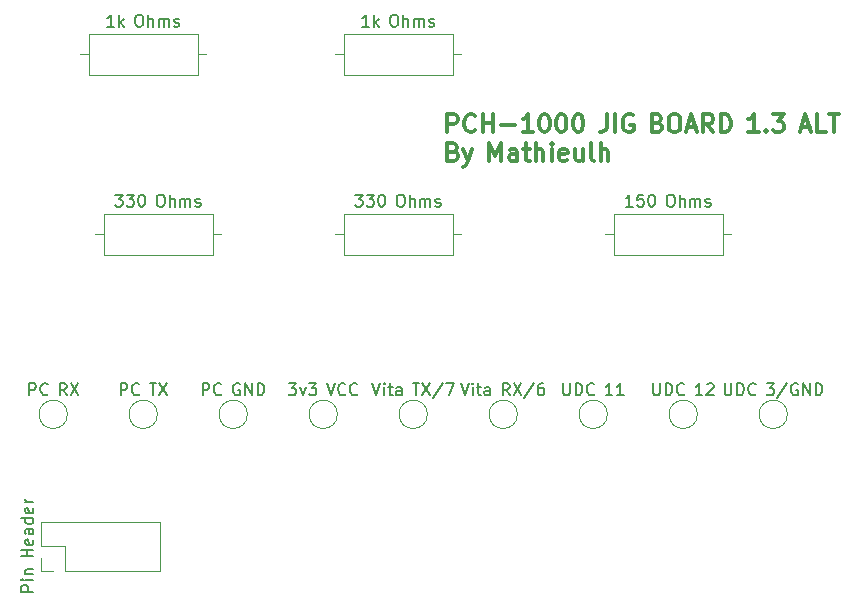
<source format=gbr>
%TF.GenerationSoftware,KiCad,Pcbnew,(7.0.0)*%
%TF.CreationDate,2023-03-24T11:42:49+01:00*%
%TF.ProjectId,PCH-1000JIG,5043482d-3130-4303-904a-49472e6b6963,rev?*%
%TF.SameCoordinates,Original*%
%TF.FileFunction,Legend,Top*%
%TF.FilePolarity,Positive*%
%FSLAX46Y46*%
G04 Gerber Fmt 4.6, Leading zero omitted, Abs format (unit mm)*
G04 Created by KiCad (PCBNEW (7.0.0)) date 2023-03-24 11:42:49*
%MOMM*%
%LPD*%
G01*
G04 APERTURE LIST*
%ADD10C,0.300000*%
%ADD11C,0.150000*%
%ADD12C,0.120000*%
G04 APERTURE END LIST*
D10*
X58777142Y-27723571D02*
X58777142Y-26223571D01*
X58777142Y-26223571D02*
X59348571Y-26223571D01*
X59348571Y-26223571D02*
X59491428Y-26295000D01*
X59491428Y-26295000D02*
X59562857Y-26366428D01*
X59562857Y-26366428D02*
X59634285Y-26509285D01*
X59634285Y-26509285D02*
X59634285Y-26723571D01*
X59634285Y-26723571D02*
X59562857Y-26866428D01*
X59562857Y-26866428D02*
X59491428Y-26937857D01*
X59491428Y-26937857D02*
X59348571Y-27009285D01*
X59348571Y-27009285D02*
X58777142Y-27009285D01*
X61134285Y-27580714D02*
X61062857Y-27652142D01*
X61062857Y-27652142D02*
X60848571Y-27723571D01*
X60848571Y-27723571D02*
X60705714Y-27723571D01*
X60705714Y-27723571D02*
X60491428Y-27652142D01*
X60491428Y-27652142D02*
X60348571Y-27509285D01*
X60348571Y-27509285D02*
X60277142Y-27366428D01*
X60277142Y-27366428D02*
X60205714Y-27080714D01*
X60205714Y-27080714D02*
X60205714Y-26866428D01*
X60205714Y-26866428D02*
X60277142Y-26580714D01*
X60277142Y-26580714D02*
X60348571Y-26437857D01*
X60348571Y-26437857D02*
X60491428Y-26295000D01*
X60491428Y-26295000D02*
X60705714Y-26223571D01*
X60705714Y-26223571D02*
X60848571Y-26223571D01*
X60848571Y-26223571D02*
X61062857Y-26295000D01*
X61062857Y-26295000D02*
X61134285Y-26366428D01*
X61777142Y-27723571D02*
X61777142Y-26223571D01*
X61777142Y-26937857D02*
X62634285Y-26937857D01*
X62634285Y-27723571D02*
X62634285Y-26223571D01*
X63348571Y-27152142D02*
X64491429Y-27152142D01*
X65991429Y-27723571D02*
X65134286Y-27723571D01*
X65562857Y-27723571D02*
X65562857Y-26223571D01*
X65562857Y-26223571D02*
X65420000Y-26437857D01*
X65420000Y-26437857D02*
X65277143Y-26580714D01*
X65277143Y-26580714D02*
X65134286Y-26652142D01*
X66920000Y-26223571D02*
X67062857Y-26223571D01*
X67062857Y-26223571D02*
X67205714Y-26295000D01*
X67205714Y-26295000D02*
X67277143Y-26366428D01*
X67277143Y-26366428D02*
X67348571Y-26509285D01*
X67348571Y-26509285D02*
X67420000Y-26795000D01*
X67420000Y-26795000D02*
X67420000Y-27152142D01*
X67420000Y-27152142D02*
X67348571Y-27437857D01*
X67348571Y-27437857D02*
X67277143Y-27580714D01*
X67277143Y-27580714D02*
X67205714Y-27652142D01*
X67205714Y-27652142D02*
X67062857Y-27723571D01*
X67062857Y-27723571D02*
X66920000Y-27723571D01*
X66920000Y-27723571D02*
X66777143Y-27652142D01*
X66777143Y-27652142D02*
X66705714Y-27580714D01*
X66705714Y-27580714D02*
X66634285Y-27437857D01*
X66634285Y-27437857D02*
X66562857Y-27152142D01*
X66562857Y-27152142D02*
X66562857Y-26795000D01*
X66562857Y-26795000D02*
X66634285Y-26509285D01*
X66634285Y-26509285D02*
X66705714Y-26366428D01*
X66705714Y-26366428D02*
X66777143Y-26295000D01*
X66777143Y-26295000D02*
X66920000Y-26223571D01*
X68348571Y-26223571D02*
X68491428Y-26223571D01*
X68491428Y-26223571D02*
X68634285Y-26295000D01*
X68634285Y-26295000D02*
X68705714Y-26366428D01*
X68705714Y-26366428D02*
X68777142Y-26509285D01*
X68777142Y-26509285D02*
X68848571Y-26795000D01*
X68848571Y-26795000D02*
X68848571Y-27152142D01*
X68848571Y-27152142D02*
X68777142Y-27437857D01*
X68777142Y-27437857D02*
X68705714Y-27580714D01*
X68705714Y-27580714D02*
X68634285Y-27652142D01*
X68634285Y-27652142D02*
X68491428Y-27723571D01*
X68491428Y-27723571D02*
X68348571Y-27723571D01*
X68348571Y-27723571D02*
X68205714Y-27652142D01*
X68205714Y-27652142D02*
X68134285Y-27580714D01*
X68134285Y-27580714D02*
X68062856Y-27437857D01*
X68062856Y-27437857D02*
X67991428Y-27152142D01*
X67991428Y-27152142D02*
X67991428Y-26795000D01*
X67991428Y-26795000D02*
X68062856Y-26509285D01*
X68062856Y-26509285D02*
X68134285Y-26366428D01*
X68134285Y-26366428D02*
X68205714Y-26295000D01*
X68205714Y-26295000D02*
X68348571Y-26223571D01*
X69777142Y-26223571D02*
X69919999Y-26223571D01*
X69919999Y-26223571D02*
X70062856Y-26295000D01*
X70062856Y-26295000D02*
X70134285Y-26366428D01*
X70134285Y-26366428D02*
X70205713Y-26509285D01*
X70205713Y-26509285D02*
X70277142Y-26795000D01*
X70277142Y-26795000D02*
X70277142Y-27152142D01*
X70277142Y-27152142D02*
X70205713Y-27437857D01*
X70205713Y-27437857D02*
X70134285Y-27580714D01*
X70134285Y-27580714D02*
X70062856Y-27652142D01*
X70062856Y-27652142D02*
X69919999Y-27723571D01*
X69919999Y-27723571D02*
X69777142Y-27723571D01*
X69777142Y-27723571D02*
X69634285Y-27652142D01*
X69634285Y-27652142D02*
X69562856Y-27580714D01*
X69562856Y-27580714D02*
X69491427Y-27437857D01*
X69491427Y-27437857D02*
X69419999Y-27152142D01*
X69419999Y-27152142D02*
X69419999Y-26795000D01*
X69419999Y-26795000D02*
X69491427Y-26509285D01*
X69491427Y-26509285D02*
X69562856Y-26366428D01*
X69562856Y-26366428D02*
X69634285Y-26295000D01*
X69634285Y-26295000D02*
X69777142Y-26223571D01*
X72248570Y-26223571D02*
X72248570Y-27295000D01*
X72248570Y-27295000D02*
X72177141Y-27509285D01*
X72177141Y-27509285D02*
X72034284Y-27652142D01*
X72034284Y-27652142D02*
X71819998Y-27723571D01*
X71819998Y-27723571D02*
X71677141Y-27723571D01*
X72962855Y-27723571D02*
X72962855Y-26223571D01*
X74462856Y-26295000D02*
X74319999Y-26223571D01*
X74319999Y-26223571D02*
X74105713Y-26223571D01*
X74105713Y-26223571D02*
X73891427Y-26295000D01*
X73891427Y-26295000D02*
X73748570Y-26437857D01*
X73748570Y-26437857D02*
X73677141Y-26580714D01*
X73677141Y-26580714D02*
X73605713Y-26866428D01*
X73605713Y-26866428D02*
X73605713Y-27080714D01*
X73605713Y-27080714D02*
X73677141Y-27366428D01*
X73677141Y-27366428D02*
X73748570Y-27509285D01*
X73748570Y-27509285D02*
X73891427Y-27652142D01*
X73891427Y-27652142D02*
X74105713Y-27723571D01*
X74105713Y-27723571D02*
X74248570Y-27723571D01*
X74248570Y-27723571D02*
X74462856Y-27652142D01*
X74462856Y-27652142D02*
X74534284Y-27580714D01*
X74534284Y-27580714D02*
X74534284Y-27080714D01*
X74534284Y-27080714D02*
X74248570Y-27080714D01*
X76577141Y-26937857D02*
X76791427Y-27009285D01*
X76791427Y-27009285D02*
X76862856Y-27080714D01*
X76862856Y-27080714D02*
X76934284Y-27223571D01*
X76934284Y-27223571D02*
X76934284Y-27437857D01*
X76934284Y-27437857D02*
X76862856Y-27580714D01*
X76862856Y-27580714D02*
X76791427Y-27652142D01*
X76791427Y-27652142D02*
X76648570Y-27723571D01*
X76648570Y-27723571D02*
X76077141Y-27723571D01*
X76077141Y-27723571D02*
X76077141Y-26223571D01*
X76077141Y-26223571D02*
X76577141Y-26223571D01*
X76577141Y-26223571D02*
X76719999Y-26295000D01*
X76719999Y-26295000D02*
X76791427Y-26366428D01*
X76791427Y-26366428D02*
X76862856Y-26509285D01*
X76862856Y-26509285D02*
X76862856Y-26652142D01*
X76862856Y-26652142D02*
X76791427Y-26795000D01*
X76791427Y-26795000D02*
X76719999Y-26866428D01*
X76719999Y-26866428D02*
X76577141Y-26937857D01*
X76577141Y-26937857D02*
X76077141Y-26937857D01*
X77862856Y-26223571D02*
X78148570Y-26223571D01*
X78148570Y-26223571D02*
X78291427Y-26295000D01*
X78291427Y-26295000D02*
X78434284Y-26437857D01*
X78434284Y-26437857D02*
X78505713Y-26723571D01*
X78505713Y-26723571D02*
X78505713Y-27223571D01*
X78505713Y-27223571D02*
X78434284Y-27509285D01*
X78434284Y-27509285D02*
X78291427Y-27652142D01*
X78291427Y-27652142D02*
X78148570Y-27723571D01*
X78148570Y-27723571D02*
X77862856Y-27723571D01*
X77862856Y-27723571D02*
X77719999Y-27652142D01*
X77719999Y-27652142D02*
X77577141Y-27509285D01*
X77577141Y-27509285D02*
X77505713Y-27223571D01*
X77505713Y-27223571D02*
X77505713Y-26723571D01*
X77505713Y-26723571D02*
X77577141Y-26437857D01*
X77577141Y-26437857D02*
X77719999Y-26295000D01*
X77719999Y-26295000D02*
X77862856Y-26223571D01*
X79077142Y-27295000D02*
X79791428Y-27295000D01*
X78934285Y-27723571D02*
X79434285Y-26223571D01*
X79434285Y-26223571D02*
X79934285Y-27723571D01*
X81291427Y-27723571D02*
X80791427Y-27009285D01*
X80434284Y-27723571D02*
X80434284Y-26223571D01*
X80434284Y-26223571D02*
X81005713Y-26223571D01*
X81005713Y-26223571D02*
X81148570Y-26295000D01*
X81148570Y-26295000D02*
X81219999Y-26366428D01*
X81219999Y-26366428D02*
X81291427Y-26509285D01*
X81291427Y-26509285D02*
X81291427Y-26723571D01*
X81291427Y-26723571D02*
X81219999Y-26866428D01*
X81219999Y-26866428D02*
X81148570Y-26937857D01*
X81148570Y-26937857D02*
X81005713Y-27009285D01*
X81005713Y-27009285D02*
X80434284Y-27009285D01*
X81934284Y-27723571D02*
X81934284Y-26223571D01*
X81934284Y-26223571D02*
X82291427Y-26223571D01*
X82291427Y-26223571D02*
X82505713Y-26295000D01*
X82505713Y-26295000D02*
X82648570Y-26437857D01*
X82648570Y-26437857D02*
X82719999Y-26580714D01*
X82719999Y-26580714D02*
X82791427Y-26866428D01*
X82791427Y-26866428D02*
X82791427Y-27080714D01*
X82791427Y-27080714D02*
X82719999Y-27366428D01*
X82719999Y-27366428D02*
X82648570Y-27509285D01*
X82648570Y-27509285D02*
X82505713Y-27652142D01*
X82505713Y-27652142D02*
X82291427Y-27723571D01*
X82291427Y-27723571D02*
X81934284Y-27723571D01*
X85119999Y-27723571D02*
X84262856Y-27723571D01*
X84691427Y-27723571D02*
X84691427Y-26223571D01*
X84691427Y-26223571D02*
X84548570Y-26437857D01*
X84548570Y-26437857D02*
X84405713Y-26580714D01*
X84405713Y-26580714D02*
X84262856Y-26652142D01*
X85762855Y-27580714D02*
X85834284Y-27652142D01*
X85834284Y-27652142D02*
X85762855Y-27723571D01*
X85762855Y-27723571D02*
X85691427Y-27652142D01*
X85691427Y-27652142D02*
X85762855Y-27580714D01*
X85762855Y-27580714D02*
X85762855Y-27723571D01*
X86334284Y-26223571D02*
X87262856Y-26223571D01*
X87262856Y-26223571D02*
X86762856Y-26795000D01*
X86762856Y-26795000D02*
X86977141Y-26795000D01*
X86977141Y-26795000D02*
X87119999Y-26866428D01*
X87119999Y-26866428D02*
X87191427Y-26937857D01*
X87191427Y-26937857D02*
X87262856Y-27080714D01*
X87262856Y-27080714D02*
X87262856Y-27437857D01*
X87262856Y-27437857D02*
X87191427Y-27580714D01*
X87191427Y-27580714D02*
X87119999Y-27652142D01*
X87119999Y-27652142D02*
X86977141Y-27723571D01*
X86977141Y-27723571D02*
X86548570Y-27723571D01*
X86548570Y-27723571D02*
X86405713Y-27652142D01*
X86405713Y-27652142D02*
X86334284Y-27580714D01*
X88734284Y-27295000D02*
X89448570Y-27295000D01*
X88591427Y-27723571D02*
X89091427Y-26223571D01*
X89091427Y-26223571D02*
X89591427Y-27723571D01*
X90805712Y-27723571D02*
X90091426Y-27723571D01*
X90091426Y-27723571D02*
X90091426Y-26223571D01*
X91091427Y-26223571D02*
X91948570Y-26223571D01*
X91519998Y-27723571D02*
X91519998Y-26223571D01*
X59277142Y-29367857D02*
X59491428Y-29439285D01*
X59491428Y-29439285D02*
X59562857Y-29510714D01*
X59562857Y-29510714D02*
X59634285Y-29653571D01*
X59634285Y-29653571D02*
X59634285Y-29867857D01*
X59634285Y-29867857D02*
X59562857Y-30010714D01*
X59562857Y-30010714D02*
X59491428Y-30082142D01*
X59491428Y-30082142D02*
X59348571Y-30153571D01*
X59348571Y-30153571D02*
X58777142Y-30153571D01*
X58777142Y-30153571D02*
X58777142Y-28653571D01*
X58777142Y-28653571D02*
X59277142Y-28653571D01*
X59277142Y-28653571D02*
X59420000Y-28725000D01*
X59420000Y-28725000D02*
X59491428Y-28796428D01*
X59491428Y-28796428D02*
X59562857Y-28939285D01*
X59562857Y-28939285D02*
X59562857Y-29082142D01*
X59562857Y-29082142D02*
X59491428Y-29225000D01*
X59491428Y-29225000D02*
X59420000Y-29296428D01*
X59420000Y-29296428D02*
X59277142Y-29367857D01*
X59277142Y-29367857D02*
X58777142Y-29367857D01*
X60134285Y-29153571D02*
X60491428Y-30153571D01*
X60848571Y-29153571D02*
X60491428Y-30153571D01*
X60491428Y-30153571D02*
X60348571Y-30510714D01*
X60348571Y-30510714D02*
X60277142Y-30582142D01*
X60277142Y-30582142D02*
X60134285Y-30653571D01*
X62319999Y-30153571D02*
X62319999Y-28653571D01*
X62319999Y-28653571D02*
X62819999Y-29725000D01*
X62819999Y-29725000D02*
X63319999Y-28653571D01*
X63319999Y-28653571D02*
X63319999Y-30153571D01*
X64677143Y-30153571D02*
X64677143Y-29367857D01*
X64677143Y-29367857D02*
X64605714Y-29225000D01*
X64605714Y-29225000D02*
X64462857Y-29153571D01*
X64462857Y-29153571D02*
X64177143Y-29153571D01*
X64177143Y-29153571D02*
X64034285Y-29225000D01*
X64677143Y-30082142D02*
X64534285Y-30153571D01*
X64534285Y-30153571D02*
X64177143Y-30153571D01*
X64177143Y-30153571D02*
X64034285Y-30082142D01*
X64034285Y-30082142D02*
X63962857Y-29939285D01*
X63962857Y-29939285D02*
X63962857Y-29796428D01*
X63962857Y-29796428D02*
X64034285Y-29653571D01*
X64034285Y-29653571D02*
X64177143Y-29582142D01*
X64177143Y-29582142D02*
X64534285Y-29582142D01*
X64534285Y-29582142D02*
X64677143Y-29510714D01*
X65177143Y-29153571D02*
X65748571Y-29153571D01*
X65391428Y-28653571D02*
X65391428Y-29939285D01*
X65391428Y-29939285D02*
X65462857Y-30082142D01*
X65462857Y-30082142D02*
X65605714Y-30153571D01*
X65605714Y-30153571D02*
X65748571Y-30153571D01*
X66248571Y-30153571D02*
X66248571Y-28653571D01*
X66891429Y-30153571D02*
X66891429Y-29367857D01*
X66891429Y-29367857D02*
X66820000Y-29225000D01*
X66820000Y-29225000D02*
X66677143Y-29153571D01*
X66677143Y-29153571D02*
X66462857Y-29153571D01*
X66462857Y-29153571D02*
X66320000Y-29225000D01*
X66320000Y-29225000D02*
X66248571Y-29296428D01*
X67605714Y-30153571D02*
X67605714Y-29153571D01*
X67605714Y-28653571D02*
X67534286Y-28725000D01*
X67534286Y-28725000D02*
X67605714Y-28796428D01*
X67605714Y-28796428D02*
X67677143Y-28725000D01*
X67677143Y-28725000D02*
X67605714Y-28653571D01*
X67605714Y-28653571D02*
X67605714Y-28796428D01*
X68891429Y-30082142D02*
X68748572Y-30153571D01*
X68748572Y-30153571D02*
X68462858Y-30153571D01*
X68462858Y-30153571D02*
X68320000Y-30082142D01*
X68320000Y-30082142D02*
X68248572Y-29939285D01*
X68248572Y-29939285D02*
X68248572Y-29367857D01*
X68248572Y-29367857D02*
X68320000Y-29225000D01*
X68320000Y-29225000D02*
X68462858Y-29153571D01*
X68462858Y-29153571D02*
X68748572Y-29153571D01*
X68748572Y-29153571D02*
X68891429Y-29225000D01*
X68891429Y-29225000D02*
X68962858Y-29367857D01*
X68962858Y-29367857D02*
X68962858Y-29510714D01*
X68962858Y-29510714D02*
X68248572Y-29653571D01*
X70248572Y-29153571D02*
X70248572Y-30153571D01*
X69605714Y-29153571D02*
X69605714Y-29939285D01*
X69605714Y-29939285D02*
X69677143Y-30082142D01*
X69677143Y-30082142D02*
X69820000Y-30153571D01*
X69820000Y-30153571D02*
X70034286Y-30153571D01*
X70034286Y-30153571D02*
X70177143Y-30082142D01*
X70177143Y-30082142D02*
X70248572Y-30010714D01*
X71177143Y-30153571D02*
X71034286Y-30082142D01*
X71034286Y-30082142D02*
X70962857Y-29939285D01*
X70962857Y-29939285D02*
X70962857Y-28653571D01*
X71748571Y-30153571D02*
X71748571Y-28653571D01*
X72391429Y-30153571D02*
X72391429Y-29367857D01*
X72391429Y-29367857D02*
X72320000Y-29225000D01*
X72320000Y-29225000D02*
X72177143Y-29153571D01*
X72177143Y-29153571D02*
X71962857Y-29153571D01*
X71962857Y-29153571D02*
X71820000Y-29225000D01*
X71820000Y-29225000D02*
X71748571Y-29296428D01*
D11*
%TO.C,330 Ohms*%
X50976667Y-33027380D02*
X51595714Y-33027380D01*
X51595714Y-33027380D02*
X51262381Y-33408333D01*
X51262381Y-33408333D02*
X51405238Y-33408333D01*
X51405238Y-33408333D02*
X51500476Y-33455952D01*
X51500476Y-33455952D02*
X51548095Y-33503571D01*
X51548095Y-33503571D02*
X51595714Y-33598809D01*
X51595714Y-33598809D02*
X51595714Y-33836904D01*
X51595714Y-33836904D02*
X51548095Y-33932142D01*
X51548095Y-33932142D02*
X51500476Y-33979761D01*
X51500476Y-33979761D02*
X51405238Y-34027380D01*
X51405238Y-34027380D02*
X51119524Y-34027380D01*
X51119524Y-34027380D02*
X51024286Y-33979761D01*
X51024286Y-33979761D02*
X50976667Y-33932142D01*
X51929048Y-33027380D02*
X52548095Y-33027380D01*
X52548095Y-33027380D02*
X52214762Y-33408333D01*
X52214762Y-33408333D02*
X52357619Y-33408333D01*
X52357619Y-33408333D02*
X52452857Y-33455952D01*
X52452857Y-33455952D02*
X52500476Y-33503571D01*
X52500476Y-33503571D02*
X52548095Y-33598809D01*
X52548095Y-33598809D02*
X52548095Y-33836904D01*
X52548095Y-33836904D02*
X52500476Y-33932142D01*
X52500476Y-33932142D02*
X52452857Y-33979761D01*
X52452857Y-33979761D02*
X52357619Y-34027380D01*
X52357619Y-34027380D02*
X52071905Y-34027380D01*
X52071905Y-34027380D02*
X51976667Y-33979761D01*
X51976667Y-33979761D02*
X51929048Y-33932142D01*
X53167143Y-33027380D02*
X53262381Y-33027380D01*
X53262381Y-33027380D02*
X53357619Y-33075000D01*
X53357619Y-33075000D02*
X53405238Y-33122619D01*
X53405238Y-33122619D02*
X53452857Y-33217857D01*
X53452857Y-33217857D02*
X53500476Y-33408333D01*
X53500476Y-33408333D02*
X53500476Y-33646428D01*
X53500476Y-33646428D02*
X53452857Y-33836904D01*
X53452857Y-33836904D02*
X53405238Y-33932142D01*
X53405238Y-33932142D02*
X53357619Y-33979761D01*
X53357619Y-33979761D02*
X53262381Y-34027380D01*
X53262381Y-34027380D02*
X53167143Y-34027380D01*
X53167143Y-34027380D02*
X53071905Y-33979761D01*
X53071905Y-33979761D02*
X53024286Y-33932142D01*
X53024286Y-33932142D02*
X52976667Y-33836904D01*
X52976667Y-33836904D02*
X52929048Y-33646428D01*
X52929048Y-33646428D02*
X52929048Y-33408333D01*
X52929048Y-33408333D02*
X52976667Y-33217857D01*
X52976667Y-33217857D02*
X53024286Y-33122619D01*
X53024286Y-33122619D02*
X53071905Y-33075000D01*
X53071905Y-33075000D02*
X53167143Y-33027380D01*
X54719524Y-33027380D02*
X54910000Y-33027380D01*
X54910000Y-33027380D02*
X55005238Y-33075000D01*
X55005238Y-33075000D02*
X55100476Y-33170238D01*
X55100476Y-33170238D02*
X55148095Y-33360714D01*
X55148095Y-33360714D02*
X55148095Y-33694047D01*
X55148095Y-33694047D02*
X55100476Y-33884523D01*
X55100476Y-33884523D02*
X55005238Y-33979761D01*
X55005238Y-33979761D02*
X54910000Y-34027380D01*
X54910000Y-34027380D02*
X54719524Y-34027380D01*
X54719524Y-34027380D02*
X54624286Y-33979761D01*
X54624286Y-33979761D02*
X54529048Y-33884523D01*
X54529048Y-33884523D02*
X54481429Y-33694047D01*
X54481429Y-33694047D02*
X54481429Y-33360714D01*
X54481429Y-33360714D02*
X54529048Y-33170238D01*
X54529048Y-33170238D02*
X54624286Y-33075000D01*
X54624286Y-33075000D02*
X54719524Y-33027380D01*
X55576667Y-34027380D02*
X55576667Y-33027380D01*
X56005238Y-34027380D02*
X56005238Y-33503571D01*
X56005238Y-33503571D02*
X55957619Y-33408333D01*
X55957619Y-33408333D02*
X55862381Y-33360714D01*
X55862381Y-33360714D02*
X55719524Y-33360714D01*
X55719524Y-33360714D02*
X55624286Y-33408333D01*
X55624286Y-33408333D02*
X55576667Y-33455952D01*
X56481429Y-34027380D02*
X56481429Y-33360714D01*
X56481429Y-33455952D02*
X56529048Y-33408333D01*
X56529048Y-33408333D02*
X56624286Y-33360714D01*
X56624286Y-33360714D02*
X56767143Y-33360714D01*
X56767143Y-33360714D02*
X56862381Y-33408333D01*
X56862381Y-33408333D02*
X56910000Y-33503571D01*
X56910000Y-33503571D02*
X56910000Y-34027380D01*
X56910000Y-33503571D02*
X56957619Y-33408333D01*
X56957619Y-33408333D02*
X57052857Y-33360714D01*
X57052857Y-33360714D02*
X57195714Y-33360714D01*
X57195714Y-33360714D02*
X57290953Y-33408333D01*
X57290953Y-33408333D02*
X57338572Y-33503571D01*
X57338572Y-33503571D02*
X57338572Y-34027380D01*
X57767143Y-33979761D02*
X57862381Y-34027380D01*
X57862381Y-34027380D02*
X58052857Y-34027380D01*
X58052857Y-34027380D02*
X58148095Y-33979761D01*
X58148095Y-33979761D02*
X58195714Y-33884523D01*
X58195714Y-33884523D02*
X58195714Y-33836904D01*
X58195714Y-33836904D02*
X58148095Y-33741666D01*
X58148095Y-33741666D02*
X58052857Y-33694047D01*
X58052857Y-33694047D02*
X57910000Y-33694047D01*
X57910000Y-33694047D02*
X57814762Y-33646428D01*
X57814762Y-33646428D02*
X57767143Y-33551190D01*
X57767143Y-33551190D02*
X57767143Y-33503571D01*
X57767143Y-33503571D02*
X57814762Y-33408333D01*
X57814762Y-33408333D02*
X57910000Y-33360714D01*
X57910000Y-33360714D02*
X58052857Y-33360714D01*
X58052857Y-33360714D02*
X58148095Y-33408333D01*
%TO.C,3v3 VCC*%
X45340952Y-48989380D02*
X45959999Y-48989380D01*
X45959999Y-48989380D02*
X45626666Y-49370333D01*
X45626666Y-49370333D02*
X45769523Y-49370333D01*
X45769523Y-49370333D02*
X45864761Y-49417952D01*
X45864761Y-49417952D02*
X45912380Y-49465571D01*
X45912380Y-49465571D02*
X45959999Y-49560809D01*
X45959999Y-49560809D02*
X45959999Y-49798904D01*
X45959999Y-49798904D02*
X45912380Y-49894142D01*
X45912380Y-49894142D02*
X45864761Y-49941761D01*
X45864761Y-49941761D02*
X45769523Y-49989380D01*
X45769523Y-49989380D02*
X45483809Y-49989380D01*
X45483809Y-49989380D02*
X45388571Y-49941761D01*
X45388571Y-49941761D02*
X45340952Y-49894142D01*
X46293333Y-49322714D02*
X46531428Y-49989380D01*
X46531428Y-49989380D02*
X46769523Y-49322714D01*
X47055238Y-48989380D02*
X47674285Y-48989380D01*
X47674285Y-48989380D02*
X47340952Y-49370333D01*
X47340952Y-49370333D02*
X47483809Y-49370333D01*
X47483809Y-49370333D02*
X47579047Y-49417952D01*
X47579047Y-49417952D02*
X47626666Y-49465571D01*
X47626666Y-49465571D02*
X47674285Y-49560809D01*
X47674285Y-49560809D02*
X47674285Y-49798904D01*
X47674285Y-49798904D02*
X47626666Y-49894142D01*
X47626666Y-49894142D02*
X47579047Y-49941761D01*
X47579047Y-49941761D02*
X47483809Y-49989380D01*
X47483809Y-49989380D02*
X47198095Y-49989380D01*
X47198095Y-49989380D02*
X47102857Y-49941761D01*
X47102857Y-49941761D02*
X47055238Y-49894142D01*
X48560000Y-48989380D02*
X48893333Y-49989380D01*
X48893333Y-49989380D02*
X49226666Y-48989380D01*
X50131428Y-49894142D02*
X50083809Y-49941761D01*
X50083809Y-49941761D02*
X49940952Y-49989380D01*
X49940952Y-49989380D02*
X49845714Y-49989380D01*
X49845714Y-49989380D02*
X49702857Y-49941761D01*
X49702857Y-49941761D02*
X49607619Y-49846523D01*
X49607619Y-49846523D02*
X49560000Y-49751285D01*
X49560000Y-49751285D02*
X49512381Y-49560809D01*
X49512381Y-49560809D02*
X49512381Y-49417952D01*
X49512381Y-49417952D02*
X49560000Y-49227476D01*
X49560000Y-49227476D02*
X49607619Y-49132238D01*
X49607619Y-49132238D02*
X49702857Y-49037000D01*
X49702857Y-49037000D02*
X49845714Y-48989380D01*
X49845714Y-48989380D02*
X49940952Y-48989380D01*
X49940952Y-48989380D02*
X50083809Y-49037000D01*
X50083809Y-49037000D02*
X50131428Y-49084619D01*
X51131428Y-49894142D02*
X51083809Y-49941761D01*
X51083809Y-49941761D02*
X50940952Y-49989380D01*
X50940952Y-49989380D02*
X50845714Y-49989380D01*
X50845714Y-49989380D02*
X50702857Y-49941761D01*
X50702857Y-49941761D02*
X50607619Y-49846523D01*
X50607619Y-49846523D02*
X50560000Y-49751285D01*
X50560000Y-49751285D02*
X50512381Y-49560809D01*
X50512381Y-49560809D02*
X50512381Y-49417952D01*
X50512381Y-49417952D02*
X50560000Y-49227476D01*
X50560000Y-49227476D02*
X50607619Y-49132238D01*
X50607619Y-49132238D02*
X50702857Y-49037000D01*
X50702857Y-49037000D02*
X50845714Y-48989380D01*
X50845714Y-48989380D02*
X50940952Y-48989380D01*
X50940952Y-48989380D02*
X51083809Y-49037000D01*
X51083809Y-49037000D02*
X51131428Y-49084619D01*
%TO.C,330 Ohms*%
X30656667Y-33027380D02*
X31275714Y-33027380D01*
X31275714Y-33027380D02*
X30942381Y-33408333D01*
X30942381Y-33408333D02*
X31085238Y-33408333D01*
X31085238Y-33408333D02*
X31180476Y-33455952D01*
X31180476Y-33455952D02*
X31228095Y-33503571D01*
X31228095Y-33503571D02*
X31275714Y-33598809D01*
X31275714Y-33598809D02*
X31275714Y-33836904D01*
X31275714Y-33836904D02*
X31228095Y-33932142D01*
X31228095Y-33932142D02*
X31180476Y-33979761D01*
X31180476Y-33979761D02*
X31085238Y-34027380D01*
X31085238Y-34027380D02*
X30799524Y-34027380D01*
X30799524Y-34027380D02*
X30704286Y-33979761D01*
X30704286Y-33979761D02*
X30656667Y-33932142D01*
X31609048Y-33027380D02*
X32228095Y-33027380D01*
X32228095Y-33027380D02*
X31894762Y-33408333D01*
X31894762Y-33408333D02*
X32037619Y-33408333D01*
X32037619Y-33408333D02*
X32132857Y-33455952D01*
X32132857Y-33455952D02*
X32180476Y-33503571D01*
X32180476Y-33503571D02*
X32228095Y-33598809D01*
X32228095Y-33598809D02*
X32228095Y-33836904D01*
X32228095Y-33836904D02*
X32180476Y-33932142D01*
X32180476Y-33932142D02*
X32132857Y-33979761D01*
X32132857Y-33979761D02*
X32037619Y-34027380D01*
X32037619Y-34027380D02*
X31751905Y-34027380D01*
X31751905Y-34027380D02*
X31656667Y-33979761D01*
X31656667Y-33979761D02*
X31609048Y-33932142D01*
X32847143Y-33027380D02*
X32942381Y-33027380D01*
X32942381Y-33027380D02*
X33037619Y-33075000D01*
X33037619Y-33075000D02*
X33085238Y-33122619D01*
X33085238Y-33122619D02*
X33132857Y-33217857D01*
X33132857Y-33217857D02*
X33180476Y-33408333D01*
X33180476Y-33408333D02*
X33180476Y-33646428D01*
X33180476Y-33646428D02*
X33132857Y-33836904D01*
X33132857Y-33836904D02*
X33085238Y-33932142D01*
X33085238Y-33932142D02*
X33037619Y-33979761D01*
X33037619Y-33979761D02*
X32942381Y-34027380D01*
X32942381Y-34027380D02*
X32847143Y-34027380D01*
X32847143Y-34027380D02*
X32751905Y-33979761D01*
X32751905Y-33979761D02*
X32704286Y-33932142D01*
X32704286Y-33932142D02*
X32656667Y-33836904D01*
X32656667Y-33836904D02*
X32609048Y-33646428D01*
X32609048Y-33646428D02*
X32609048Y-33408333D01*
X32609048Y-33408333D02*
X32656667Y-33217857D01*
X32656667Y-33217857D02*
X32704286Y-33122619D01*
X32704286Y-33122619D02*
X32751905Y-33075000D01*
X32751905Y-33075000D02*
X32847143Y-33027380D01*
X34399524Y-33027380D02*
X34590000Y-33027380D01*
X34590000Y-33027380D02*
X34685238Y-33075000D01*
X34685238Y-33075000D02*
X34780476Y-33170238D01*
X34780476Y-33170238D02*
X34828095Y-33360714D01*
X34828095Y-33360714D02*
X34828095Y-33694047D01*
X34828095Y-33694047D02*
X34780476Y-33884523D01*
X34780476Y-33884523D02*
X34685238Y-33979761D01*
X34685238Y-33979761D02*
X34590000Y-34027380D01*
X34590000Y-34027380D02*
X34399524Y-34027380D01*
X34399524Y-34027380D02*
X34304286Y-33979761D01*
X34304286Y-33979761D02*
X34209048Y-33884523D01*
X34209048Y-33884523D02*
X34161429Y-33694047D01*
X34161429Y-33694047D02*
X34161429Y-33360714D01*
X34161429Y-33360714D02*
X34209048Y-33170238D01*
X34209048Y-33170238D02*
X34304286Y-33075000D01*
X34304286Y-33075000D02*
X34399524Y-33027380D01*
X35256667Y-34027380D02*
X35256667Y-33027380D01*
X35685238Y-34027380D02*
X35685238Y-33503571D01*
X35685238Y-33503571D02*
X35637619Y-33408333D01*
X35637619Y-33408333D02*
X35542381Y-33360714D01*
X35542381Y-33360714D02*
X35399524Y-33360714D01*
X35399524Y-33360714D02*
X35304286Y-33408333D01*
X35304286Y-33408333D02*
X35256667Y-33455952D01*
X36161429Y-34027380D02*
X36161429Y-33360714D01*
X36161429Y-33455952D02*
X36209048Y-33408333D01*
X36209048Y-33408333D02*
X36304286Y-33360714D01*
X36304286Y-33360714D02*
X36447143Y-33360714D01*
X36447143Y-33360714D02*
X36542381Y-33408333D01*
X36542381Y-33408333D02*
X36590000Y-33503571D01*
X36590000Y-33503571D02*
X36590000Y-34027380D01*
X36590000Y-33503571D02*
X36637619Y-33408333D01*
X36637619Y-33408333D02*
X36732857Y-33360714D01*
X36732857Y-33360714D02*
X36875714Y-33360714D01*
X36875714Y-33360714D02*
X36970953Y-33408333D01*
X36970953Y-33408333D02*
X37018572Y-33503571D01*
X37018572Y-33503571D02*
X37018572Y-34027380D01*
X37447143Y-33979761D02*
X37542381Y-34027380D01*
X37542381Y-34027380D02*
X37732857Y-34027380D01*
X37732857Y-34027380D02*
X37828095Y-33979761D01*
X37828095Y-33979761D02*
X37875714Y-33884523D01*
X37875714Y-33884523D02*
X37875714Y-33836904D01*
X37875714Y-33836904D02*
X37828095Y-33741666D01*
X37828095Y-33741666D02*
X37732857Y-33694047D01*
X37732857Y-33694047D02*
X37590000Y-33694047D01*
X37590000Y-33694047D02*
X37494762Y-33646428D01*
X37494762Y-33646428D02*
X37447143Y-33551190D01*
X37447143Y-33551190D02*
X37447143Y-33503571D01*
X37447143Y-33503571D02*
X37494762Y-33408333D01*
X37494762Y-33408333D02*
X37590000Y-33360714D01*
X37590000Y-33360714D02*
X37732857Y-33360714D01*
X37732857Y-33360714D02*
X37828095Y-33408333D01*
%TO.C,Pin Header*%
X23707380Y-66627618D02*
X22707380Y-66627618D01*
X22707380Y-66627618D02*
X22707380Y-66246666D01*
X22707380Y-66246666D02*
X22755000Y-66151428D01*
X22755000Y-66151428D02*
X22802619Y-66103809D01*
X22802619Y-66103809D02*
X22897857Y-66056190D01*
X22897857Y-66056190D02*
X23040714Y-66056190D01*
X23040714Y-66056190D02*
X23135952Y-66103809D01*
X23135952Y-66103809D02*
X23183571Y-66151428D01*
X23183571Y-66151428D02*
X23231190Y-66246666D01*
X23231190Y-66246666D02*
X23231190Y-66627618D01*
X23707380Y-65627618D02*
X23040714Y-65627618D01*
X22707380Y-65627618D02*
X22755000Y-65675237D01*
X22755000Y-65675237D02*
X22802619Y-65627618D01*
X22802619Y-65627618D02*
X22755000Y-65579999D01*
X22755000Y-65579999D02*
X22707380Y-65627618D01*
X22707380Y-65627618D02*
X22802619Y-65627618D01*
X23040714Y-65151428D02*
X23707380Y-65151428D01*
X23135952Y-65151428D02*
X23088333Y-65103809D01*
X23088333Y-65103809D02*
X23040714Y-65008571D01*
X23040714Y-65008571D02*
X23040714Y-64865714D01*
X23040714Y-64865714D02*
X23088333Y-64770476D01*
X23088333Y-64770476D02*
X23183571Y-64722857D01*
X23183571Y-64722857D02*
X23707380Y-64722857D01*
X23707380Y-63646666D02*
X22707380Y-63646666D01*
X23183571Y-63646666D02*
X23183571Y-63075238D01*
X23707380Y-63075238D02*
X22707380Y-63075238D01*
X23659761Y-62218095D02*
X23707380Y-62313333D01*
X23707380Y-62313333D02*
X23707380Y-62503809D01*
X23707380Y-62503809D02*
X23659761Y-62599047D01*
X23659761Y-62599047D02*
X23564523Y-62646666D01*
X23564523Y-62646666D02*
X23183571Y-62646666D01*
X23183571Y-62646666D02*
X23088333Y-62599047D01*
X23088333Y-62599047D02*
X23040714Y-62503809D01*
X23040714Y-62503809D02*
X23040714Y-62313333D01*
X23040714Y-62313333D02*
X23088333Y-62218095D01*
X23088333Y-62218095D02*
X23183571Y-62170476D01*
X23183571Y-62170476D02*
X23278809Y-62170476D01*
X23278809Y-62170476D02*
X23374047Y-62646666D01*
X23707380Y-61313333D02*
X23183571Y-61313333D01*
X23183571Y-61313333D02*
X23088333Y-61360952D01*
X23088333Y-61360952D02*
X23040714Y-61456190D01*
X23040714Y-61456190D02*
X23040714Y-61646666D01*
X23040714Y-61646666D02*
X23088333Y-61741904D01*
X23659761Y-61313333D02*
X23707380Y-61408571D01*
X23707380Y-61408571D02*
X23707380Y-61646666D01*
X23707380Y-61646666D02*
X23659761Y-61741904D01*
X23659761Y-61741904D02*
X23564523Y-61789523D01*
X23564523Y-61789523D02*
X23469285Y-61789523D01*
X23469285Y-61789523D02*
X23374047Y-61741904D01*
X23374047Y-61741904D02*
X23326428Y-61646666D01*
X23326428Y-61646666D02*
X23326428Y-61408571D01*
X23326428Y-61408571D02*
X23278809Y-61313333D01*
X23707380Y-60408571D02*
X22707380Y-60408571D01*
X23659761Y-60408571D02*
X23707380Y-60503809D01*
X23707380Y-60503809D02*
X23707380Y-60694285D01*
X23707380Y-60694285D02*
X23659761Y-60789523D01*
X23659761Y-60789523D02*
X23612142Y-60837142D01*
X23612142Y-60837142D02*
X23516904Y-60884761D01*
X23516904Y-60884761D02*
X23231190Y-60884761D01*
X23231190Y-60884761D02*
X23135952Y-60837142D01*
X23135952Y-60837142D02*
X23088333Y-60789523D01*
X23088333Y-60789523D02*
X23040714Y-60694285D01*
X23040714Y-60694285D02*
X23040714Y-60503809D01*
X23040714Y-60503809D02*
X23088333Y-60408571D01*
X23659761Y-59551428D02*
X23707380Y-59646666D01*
X23707380Y-59646666D02*
X23707380Y-59837142D01*
X23707380Y-59837142D02*
X23659761Y-59932380D01*
X23659761Y-59932380D02*
X23564523Y-59979999D01*
X23564523Y-59979999D02*
X23183571Y-59979999D01*
X23183571Y-59979999D02*
X23088333Y-59932380D01*
X23088333Y-59932380D02*
X23040714Y-59837142D01*
X23040714Y-59837142D02*
X23040714Y-59646666D01*
X23040714Y-59646666D02*
X23088333Y-59551428D01*
X23088333Y-59551428D02*
X23183571Y-59503809D01*
X23183571Y-59503809D02*
X23278809Y-59503809D01*
X23278809Y-59503809D02*
X23374047Y-59979999D01*
X23707380Y-59075237D02*
X23040714Y-59075237D01*
X23231190Y-59075237D02*
X23135952Y-59027618D01*
X23135952Y-59027618D02*
X23088333Y-58979999D01*
X23088333Y-58979999D02*
X23040714Y-58884761D01*
X23040714Y-58884761D02*
X23040714Y-58789523D01*
%TO.C,1k Ohms*%
X30553333Y-18787380D02*
X29981905Y-18787380D01*
X30267619Y-18787380D02*
X30267619Y-17787380D01*
X30267619Y-17787380D02*
X30172381Y-17930238D01*
X30172381Y-17930238D02*
X30077143Y-18025476D01*
X30077143Y-18025476D02*
X29981905Y-18073095D01*
X30981905Y-18787380D02*
X30981905Y-17787380D01*
X31077143Y-18406428D02*
X31362857Y-18787380D01*
X31362857Y-18120714D02*
X30981905Y-18501666D01*
X32581905Y-17787380D02*
X32772381Y-17787380D01*
X32772381Y-17787380D02*
X32867619Y-17835000D01*
X32867619Y-17835000D02*
X32962857Y-17930238D01*
X32962857Y-17930238D02*
X33010476Y-18120714D01*
X33010476Y-18120714D02*
X33010476Y-18454047D01*
X33010476Y-18454047D02*
X32962857Y-18644523D01*
X32962857Y-18644523D02*
X32867619Y-18739761D01*
X32867619Y-18739761D02*
X32772381Y-18787380D01*
X32772381Y-18787380D02*
X32581905Y-18787380D01*
X32581905Y-18787380D02*
X32486667Y-18739761D01*
X32486667Y-18739761D02*
X32391429Y-18644523D01*
X32391429Y-18644523D02*
X32343810Y-18454047D01*
X32343810Y-18454047D02*
X32343810Y-18120714D01*
X32343810Y-18120714D02*
X32391429Y-17930238D01*
X32391429Y-17930238D02*
X32486667Y-17835000D01*
X32486667Y-17835000D02*
X32581905Y-17787380D01*
X33439048Y-18787380D02*
X33439048Y-17787380D01*
X33867619Y-18787380D02*
X33867619Y-18263571D01*
X33867619Y-18263571D02*
X33820000Y-18168333D01*
X33820000Y-18168333D02*
X33724762Y-18120714D01*
X33724762Y-18120714D02*
X33581905Y-18120714D01*
X33581905Y-18120714D02*
X33486667Y-18168333D01*
X33486667Y-18168333D02*
X33439048Y-18215952D01*
X34343810Y-18787380D02*
X34343810Y-18120714D01*
X34343810Y-18215952D02*
X34391429Y-18168333D01*
X34391429Y-18168333D02*
X34486667Y-18120714D01*
X34486667Y-18120714D02*
X34629524Y-18120714D01*
X34629524Y-18120714D02*
X34724762Y-18168333D01*
X34724762Y-18168333D02*
X34772381Y-18263571D01*
X34772381Y-18263571D02*
X34772381Y-18787380D01*
X34772381Y-18263571D02*
X34820000Y-18168333D01*
X34820000Y-18168333D02*
X34915238Y-18120714D01*
X34915238Y-18120714D02*
X35058095Y-18120714D01*
X35058095Y-18120714D02*
X35153334Y-18168333D01*
X35153334Y-18168333D02*
X35200953Y-18263571D01*
X35200953Y-18263571D02*
X35200953Y-18787380D01*
X35629524Y-18739761D02*
X35724762Y-18787380D01*
X35724762Y-18787380D02*
X35915238Y-18787380D01*
X35915238Y-18787380D02*
X36010476Y-18739761D01*
X36010476Y-18739761D02*
X36058095Y-18644523D01*
X36058095Y-18644523D02*
X36058095Y-18596904D01*
X36058095Y-18596904D02*
X36010476Y-18501666D01*
X36010476Y-18501666D02*
X35915238Y-18454047D01*
X35915238Y-18454047D02*
X35772381Y-18454047D01*
X35772381Y-18454047D02*
X35677143Y-18406428D01*
X35677143Y-18406428D02*
X35629524Y-18311190D01*
X35629524Y-18311190D02*
X35629524Y-18263571D01*
X35629524Y-18263571D02*
X35677143Y-18168333D01*
X35677143Y-18168333D02*
X35772381Y-18120714D01*
X35772381Y-18120714D02*
X35915238Y-18120714D01*
X35915238Y-18120714D02*
X36010476Y-18168333D01*
%TO.C,Vita TX/7*%
X52413333Y-48989380D02*
X52746666Y-49989380D01*
X52746666Y-49989380D02*
X53079999Y-48989380D01*
X53413333Y-49989380D02*
X53413333Y-49322714D01*
X53413333Y-48989380D02*
X53365714Y-49037000D01*
X53365714Y-49037000D02*
X53413333Y-49084619D01*
X53413333Y-49084619D02*
X53460952Y-49037000D01*
X53460952Y-49037000D02*
X53413333Y-48989380D01*
X53413333Y-48989380D02*
X53413333Y-49084619D01*
X53746666Y-49322714D02*
X54127618Y-49322714D01*
X53889523Y-48989380D02*
X53889523Y-49846523D01*
X53889523Y-49846523D02*
X53937142Y-49941761D01*
X53937142Y-49941761D02*
X54032380Y-49989380D01*
X54032380Y-49989380D02*
X54127618Y-49989380D01*
X54889523Y-49989380D02*
X54889523Y-49465571D01*
X54889523Y-49465571D02*
X54841904Y-49370333D01*
X54841904Y-49370333D02*
X54746666Y-49322714D01*
X54746666Y-49322714D02*
X54556190Y-49322714D01*
X54556190Y-49322714D02*
X54460952Y-49370333D01*
X54889523Y-49941761D02*
X54794285Y-49989380D01*
X54794285Y-49989380D02*
X54556190Y-49989380D01*
X54556190Y-49989380D02*
X54460952Y-49941761D01*
X54460952Y-49941761D02*
X54413333Y-49846523D01*
X54413333Y-49846523D02*
X54413333Y-49751285D01*
X54413333Y-49751285D02*
X54460952Y-49656047D01*
X54460952Y-49656047D02*
X54556190Y-49608428D01*
X54556190Y-49608428D02*
X54794285Y-49608428D01*
X54794285Y-49608428D02*
X54889523Y-49560809D01*
X55822857Y-48989380D02*
X56394285Y-48989380D01*
X56108571Y-49989380D02*
X56108571Y-48989380D01*
X56632381Y-48989380D02*
X57299047Y-49989380D01*
X57299047Y-48989380D02*
X56632381Y-49989380D01*
X58394285Y-48941761D02*
X57537143Y-50227476D01*
X58632381Y-48989380D02*
X59299047Y-48989380D01*
X59299047Y-48989380D02*
X58870476Y-49989380D01*
%TO.C,PC RX*%
X23361905Y-49989380D02*
X23361905Y-48989380D01*
X23361905Y-48989380D02*
X23742857Y-48989380D01*
X23742857Y-48989380D02*
X23838095Y-49037000D01*
X23838095Y-49037000D02*
X23885714Y-49084619D01*
X23885714Y-49084619D02*
X23933333Y-49179857D01*
X23933333Y-49179857D02*
X23933333Y-49322714D01*
X23933333Y-49322714D02*
X23885714Y-49417952D01*
X23885714Y-49417952D02*
X23838095Y-49465571D01*
X23838095Y-49465571D02*
X23742857Y-49513190D01*
X23742857Y-49513190D02*
X23361905Y-49513190D01*
X24933333Y-49894142D02*
X24885714Y-49941761D01*
X24885714Y-49941761D02*
X24742857Y-49989380D01*
X24742857Y-49989380D02*
X24647619Y-49989380D01*
X24647619Y-49989380D02*
X24504762Y-49941761D01*
X24504762Y-49941761D02*
X24409524Y-49846523D01*
X24409524Y-49846523D02*
X24361905Y-49751285D01*
X24361905Y-49751285D02*
X24314286Y-49560809D01*
X24314286Y-49560809D02*
X24314286Y-49417952D01*
X24314286Y-49417952D02*
X24361905Y-49227476D01*
X24361905Y-49227476D02*
X24409524Y-49132238D01*
X24409524Y-49132238D02*
X24504762Y-49037000D01*
X24504762Y-49037000D02*
X24647619Y-48989380D01*
X24647619Y-48989380D02*
X24742857Y-48989380D01*
X24742857Y-48989380D02*
X24885714Y-49037000D01*
X24885714Y-49037000D02*
X24933333Y-49084619D01*
X26533333Y-49989380D02*
X26200000Y-49513190D01*
X25961905Y-49989380D02*
X25961905Y-48989380D01*
X25961905Y-48989380D02*
X26342857Y-48989380D01*
X26342857Y-48989380D02*
X26438095Y-49037000D01*
X26438095Y-49037000D02*
X26485714Y-49084619D01*
X26485714Y-49084619D02*
X26533333Y-49179857D01*
X26533333Y-49179857D02*
X26533333Y-49322714D01*
X26533333Y-49322714D02*
X26485714Y-49417952D01*
X26485714Y-49417952D02*
X26438095Y-49465571D01*
X26438095Y-49465571D02*
X26342857Y-49513190D01*
X26342857Y-49513190D02*
X25961905Y-49513190D01*
X26866667Y-48989380D02*
X27533333Y-49989380D01*
X27533333Y-48989380D02*
X26866667Y-49989380D01*
%TO.C,UDC 12*%
X76201905Y-48989380D02*
X76201905Y-49798904D01*
X76201905Y-49798904D02*
X76249524Y-49894142D01*
X76249524Y-49894142D02*
X76297143Y-49941761D01*
X76297143Y-49941761D02*
X76392381Y-49989380D01*
X76392381Y-49989380D02*
X76582857Y-49989380D01*
X76582857Y-49989380D02*
X76678095Y-49941761D01*
X76678095Y-49941761D02*
X76725714Y-49894142D01*
X76725714Y-49894142D02*
X76773333Y-49798904D01*
X76773333Y-49798904D02*
X76773333Y-48989380D01*
X77249524Y-49989380D02*
X77249524Y-48989380D01*
X77249524Y-48989380D02*
X77487619Y-48989380D01*
X77487619Y-48989380D02*
X77630476Y-49037000D01*
X77630476Y-49037000D02*
X77725714Y-49132238D01*
X77725714Y-49132238D02*
X77773333Y-49227476D01*
X77773333Y-49227476D02*
X77820952Y-49417952D01*
X77820952Y-49417952D02*
X77820952Y-49560809D01*
X77820952Y-49560809D02*
X77773333Y-49751285D01*
X77773333Y-49751285D02*
X77725714Y-49846523D01*
X77725714Y-49846523D02*
X77630476Y-49941761D01*
X77630476Y-49941761D02*
X77487619Y-49989380D01*
X77487619Y-49989380D02*
X77249524Y-49989380D01*
X78820952Y-49894142D02*
X78773333Y-49941761D01*
X78773333Y-49941761D02*
X78630476Y-49989380D01*
X78630476Y-49989380D02*
X78535238Y-49989380D01*
X78535238Y-49989380D02*
X78392381Y-49941761D01*
X78392381Y-49941761D02*
X78297143Y-49846523D01*
X78297143Y-49846523D02*
X78249524Y-49751285D01*
X78249524Y-49751285D02*
X78201905Y-49560809D01*
X78201905Y-49560809D02*
X78201905Y-49417952D01*
X78201905Y-49417952D02*
X78249524Y-49227476D01*
X78249524Y-49227476D02*
X78297143Y-49132238D01*
X78297143Y-49132238D02*
X78392381Y-49037000D01*
X78392381Y-49037000D02*
X78535238Y-48989380D01*
X78535238Y-48989380D02*
X78630476Y-48989380D01*
X78630476Y-48989380D02*
X78773333Y-49037000D01*
X78773333Y-49037000D02*
X78820952Y-49084619D01*
X80373333Y-49989380D02*
X79801905Y-49989380D01*
X80087619Y-49989380D02*
X80087619Y-48989380D01*
X80087619Y-48989380D02*
X79992381Y-49132238D01*
X79992381Y-49132238D02*
X79897143Y-49227476D01*
X79897143Y-49227476D02*
X79801905Y-49275095D01*
X80754286Y-49084619D02*
X80801905Y-49037000D01*
X80801905Y-49037000D02*
X80897143Y-48989380D01*
X80897143Y-48989380D02*
X81135238Y-48989380D01*
X81135238Y-48989380D02*
X81230476Y-49037000D01*
X81230476Y-49037000D02*
X81278095Y-49084619D01*
X81278095Y-49084619D02*
X81325714Y-49179857D01*
X81325714Y-49179857D02*
X81325714Y-49275095D01*
X81325714Y-49275095D02*
X81278095Y-49417952D01*
X81278095Y-49417952D02*
X80706667Y-49989380D01*
X80706667Y-49989380D02*
X81325714Y-49989380D01*
%TO.C,UDC 3/GND*%
X82250476Y-48989380D02*
X82250476Y-49798904D01*
X82250476Y-49798904D02*
X82298095Y-49894142D01*
X82298095Y-49894142D02*
X82345714Y-49941761D01*
X82345714Y-49941761D02*
X82440952Y-49989380D01*
X82440952Y-49989380D02*
X82631428Y-49989380D01*
X82631428Y-49989380D02*
X82726666Y-49941761D01*
X82726666Y-49941761D02*
X82774285Y-49894142D01*
X82774285Y-49894142D02*
X82821904Y-49798904D01*
X82821904Y-49798904D02*
X82821904Y-48989380D01*
X83298095Y-49989380D02*
X83298095Y-48989380D01*
X83298095Y-48989380D02*
X83536190Y-48989380D01*
X83536190Y-48989380D02*
X83679047Y-49037000D01*
X83679047Y-49037000D02*
X83774285Y-49132238D01*
X83774285Y-49132238D02*
X83821904Y-49227476D01*
X83821904Y-49227476D02*
X83869523Y-49417952D01*
X83869523Y-49417952D02*
X83869523Y-49560809D01*
X83869523Y-49560809D02*
X83821904Y-49751285D01*
X83821904Y-49751285D02*
X83774285Y-49846523D01*
X83774285Y-49846523D02*
X83679047Y-49941761D01*
X83679047Y-49941761D02*
X83536190Y-49989380D01*
X83536190Y-49989380D02*
X83298095Y-49989380D01*
X84869523Y-49894142D02*
X84821904Y-49941761D01*
X84821904Y-49941761D02*
X84679047Y-49989380D01*
X84679047Y-49989380D02*
X84583809Y-49989380D01*
X84583809Y-49989380D02*
X84440952Y-49941761D01*
X84440952Y-49941761D02*
X84345714Y-49846523D01*
X84345714Y-49846523D02*
X84298095Y-49751285D01*
X84298095Y-49751285D02*
X84250476Y-49560809D01*
X84250476Y-49560809D02*
X84250476Y-49417952D01*
X84250476Y-49417952D02*
X84298095Y-49227476D01*
X84298095Y-49227476D02*
X84345714Y-49132238D01*
X84345714Y-49132238D02*
X84440952Y-49037000D01*
X84440952Y-49037000D02*
X84583809Y-48989380D01*
X84583809Y-48989380D02*
X84679047Y-48989380D01*
X84679047Y-48989380D02*
X84821904Y-49037000D01*
X84821904Y-49037000D02*
X84869523Y-49084619D01*
X85802857Y-48989380D02*
X86421904Y-48989380D01*
X86421904Y-48989380D02*
X86088571Y-49370333D01*
X86088571Y-49370333D02*
X86231428Y-49370333D01*
X86231428Y-49370333D02*
X86326666Y-49417952D01*
X86326666Y-49417952D02*
X86374285Y-49465571D01*
X86374285Y-49465571D02*
X86421904Y-49560809D01*
X86421904Y-49560809D02*
X86421904Y-49798904D01*
X86421904Y-49798904D02*
X86374285Y-49894142D01*
X86374285Y-49894142D02*
X86326666Y-49941761D01*
X86326666Y-49941761D02*
X86231428Y-49989380D01*
X86231428Y-49989380D02*
X85945714Y-49989380D01*
X85945714Y-49989380D02*
X85850476Y-49941761D01*
X85850476Y-49941761D02*
X85802857Y-49894142D01*
X87564761Y-48941761D02*
X86707619Y-50227476D01*
X88421904Y-49037000D02*
X88326666Y-48989380D01*
X88326666Y-48989380D02*
X88183809Y-48989380D01*
X88183809Y-48989380D02*
X88040952Y-49037000D01*
X88040952Y-49037000D02*
X87945714Y-49132238D01*
X87945714Y-49132238D02*
X87898095Y-49227476D01*
X87898095Y-49227476D02*
X87850476Y-49417952D01*
X87850476Y-49417952D02*
X87850476Y-49560809D01*
X87850476Y-49560809D02*
X87898095Y-49751285D01*
X87898095Y-49751285D02*
X87945714Y-49846523D01*
X87945714Y-49846523D02*
X88040952Y-49941761D01*
X88040952Y-49941761D02*
X88183809Y-49989380D01*
X88183809Y-49989380D02*
X88279047Y-49989380D01*
X88279047Y-49989380D02*
X88421904Y-49941761D01*
X88421904Y-49941761D02*
X88469523Y-49894142D01*
X88469523Y-49894142D02*
X88469523Y-49560809D01*
X88469523Y-49560809D02*
X88279047Y-49560809D01*
X88898095Y-49989380D02*
X88898095Y-48989380D01*
X88898095Y-48989380D02*
X89469523Y-49989380D01*
X89469523Y-49989380D02*
X89469523Y-48989380D01*
X89945714Y-49989380D02*
X89945714Y-48989380D01*
X89945714Y-48989380D02*
X90183809Y-48989380D01*
X90183809Y-48989380D02*
X90326666Y-49037000D01*
X90326666Y-49037000D02*
X90421904Y-49132238D01*
X90421904Y-49132238D02*
X90469523Y-49227476D01*
X90469523Y-49227476D02*
X90517142Y-49417952D01*
X90517142Y-49417952D02*
X90517142Y-49560809D01*
X90517142Y-49560809D02*
X90469523Y-49751285D01*
X90469523Y-49751285D02*
X90421904Y-49846523D01*
X90421904Y-49846523D02*
X90326666Y-49941761D01*
X90326666Y-49941761D02*
X90183809Y-49989380D01*
X90183809Y-49989380D02*
X89945714Y-49989380D01*
%TO.C,PC GND*%
X38054286Y-49989380D02*
X38054286Y-48989380D01*
X38054286Y-48989380D02*
X38435238Y-48989380D01*
X38435238Y-48989380D02*
X38530476Y-49037000D01*
X38530476Y-49037000D02*
X38578095Y-49084619D01*
X38578095Y-49084619D02*
X38625714Y-49179857D01*
X38625714Y-49179857D02*
X38625714Y-49322714D01*
X38625714Y-49322714D02*
X38578095Y-49417952D01*
X38578095Y-49417952D02*
X38530476Y-49465571D01*
X38530476Y-49465571D02*
X38435238Y-49513190D01*
X38435238Y-49513190D02*
X38054286Y-49513190D01*
X39625714Y-49894142D02*
X39578095Y-49941761D01*
X39578095Y-49941761D02*
X39435238Y-49989380D01*
X39435238Y-49989380D02*
X39340000Y-49989380D01*
X39340000Y-49989380D02*
X39197143Y-49941761D01*
X39197143Y-49941761D02*
X39101905Y-49846523D01*
X39101905Y-49846523D02*
X39054286Y-49751285D01*
X39054286Y-49751285D02*
X39006667Y-49560809D01*
X39006667Y-49560809D02*
X39006667Y-49417952D01*
X39006667Y-49417952D02*
X39054286Y-49227476D01*
X39054286Y-49227476D02*
X39101905Y-49132238D01*
X39101905Y-49132238D02*
X39197143Y-49037000D01*
X39197143Y-49037000D02*
X39340000Y-48989380D01*
X39340000Y-48989380D02*
X39435238Y-48989380D01*
X39435238Y-48989380D02*
X39578095Y-49037000D01*
X39578095Y-49037000D02*
X39625714Y-49084619D01*
X41178095Y-49037000D02*
X41082857Y-48989380D01*
X41082857Y-48989380D02*
X40940000Y-48989380D01*
X40940000Y-48989380D02*
X40797143Y-49037000D01*
X40797143Y-49037000D02*
X40701905Y-49132238D01*
X40701905Y-49132238D02*
X40654286Y-49227476D01*
X40654286Y-49227476D02*
X40606667Y-49417952D01*
X40606667Y-49417952D02*
X40606667Y-49560809D01*
X40606667Y-49560809D02*
X40654286Y-49751285D01*
X40654286Y-49751285D02*
X40701905Y-49846523D01*
X40701905Y-49846523D02*
X40797143Y-49941761D01*
X40797143Y-49941761D02*
X40940000Y-49989380D01*
X40940000Y-49989380D02*
X41035238Y-49989380D01*
X41035238Y-49989380D02*
X41178095Y-49941761D01*
X41178095Y-49941761D02*
X41225714Y-49894142D01*
X41225714Y-49894142D02*
X41225714Y-49560809D01*
X41225714Y-49560809D02*
X41035238Y-49560809D01*
X41654286Y-49989380D02*
X41654286Y-48989380D01*
X41654286Y-48989380D02*
X42225714Y-49989380D01*
X42225714Y-49989380D02*
X42225714Y-48989380D01*
X42701905Y-49989380D02*
X42701905Y-48989380D01*
X42701905Y-48989380D02*
X42940000Y-48989380D01*
X42940000Y-48989380D02*
X43082857Y-49037000D01*
X43082857Y-49037000D02*
X43178095Y-49132238D01*
X43178095Y-49132238D02*
X43225714Y-49227476D01*
X43225714Y-49227476D02*
X43273333Y-49417952D01*
X43273333Y-49417952D02*
X43273333Y-49560809D01*
X43273333Y-49560809D02*
X43225714Y-49751285D01*
X43225714Y-49751285D02*
X43178095Y-49846523D01*
X43178095Y-49846523D02*
X43082857Y-49941761D01*
X43082857Y-49941761D02*
X42940000Y-49989380D01*
X42940000Y-49989380D02*
X42701905Y-49989380D01*
%TO.C,1k Ohms*%
X52143333Y-18787380D02*
X51571905Y-18787380D01*
X51857619Y-18787380D02*
X51857619Y-17787380D01*
X51857619Y-17787380D02*
X51762381Y-17930238D01*
X51762381Y-17930238D02*
X51667143Y-18025476D01*
X51667143Y-18025476D02*
X51571905Y-18073095D01*
X52571905Y-18787380D02*
X52571905Y-17787380D01*
X52667143Y-18406428D02*
X52952857Y-18787380D01*
X52952857Y-18120714D02*
X52571905Y-18501666D01*
X54171905Y-17787380D02*
X54362381Y-17787380D01*
X54362381Y-17787380D02*
X54457619Y-17835000D01*
X54457619Y-17835000D02*
X54552857Y-17930238D01*
X54552857Y-17930238D02*
X54600476Y-18120714D01*
X54600476Y-18120714D02*
X54600476Y-18454047D01*
X54600476Y-18454047D02*
X54552857Y-18644523D01*
X54552857Y-18644523D02*
X54457619Y-18739761D01*
X54457619Y-18739761D02*
X54362381Y-18787380D01*
X54362381Y-18787380D02*
X54171905Y-18787380D01*
X54171905Y-18787380D02*
X54076667Y-18739761D01*
X54076667Y-18739761D02*
X53981429Y-18644523D01*
X53981429Y-18644523D02*
X53933810Y-18454047D01*
X53933810Y-18454047D02*
X53933810Y-18120714D01*
X53933810Y-18120714D02*
X53981429Y-17930238D01*
X53981429Y-17930238D02*
X54076667Y-17835000D01*
X54076667Y-17835000D02*
X54171905Y-17787380D01*
X55029048Y-18787380D02*
X55029048Y-17787380D01*
X55457619Y-18787380D02*
X55457619Y-18263571D01*
X55457619Y-18263571D02*
X55410000Y-18168333D01*
X55410000Y-18168333D02*
X55314762Y-18120714D01*
X55314762Y-18120714D02*
X55171905Y-18120714D01*
X55171905Y-18120714D02*
X55076667Y-18168333D01*
X55076667Y-18168333D02*
X55029048Y-18215952D01*
X55933810Y-18787380D02*
X55933810Y-18120714D01*
X55933810Y-18215952D02*
X55981429Y-18168333D01*
X55981429Y-18168333D02*
X56076667Y-18120714D01*
X56076667Y-18120714D02*
X56219524Y-18120714D01*
X56219524Y-18120714D02*
X56314762Y-18168333D01*
X56314762Y-18168333D02*
X56362381Y-18263571D01*
X56362381Y-18263571D02*
X56362381Y-18787380D01*
X56362381Y-18263571D02*
X56410000Y-18168333D01*
X56410000Y-18168333D02*
X56505238Y-18120714D01*
X56505238Y-18120714D02*
X56648095Y-18120714D01*
X56648095Y-18120714D02*
X56743334Y-18168333D01*
X56743334Y-18168333D02*
X56790953Y-18263571D01*
X56790953Y-18263571D02*
X56790953Y-18787380D01*
X57219524Y-18739761D02*
X57314762Y-18787380D01*
X57314762Y-18787380D02*
X57505238Y-18787380D01*
X57505238Y-18787380D02*
X57600476Y-18739761D01*
X57600476Y-18739761D02*
X57648095Y-18644523D01*
X57648095Y-18644523D02*
X57648095Y-18596904D01*
X57648095Y-18596904D02*
X57600476Y-18501666D01*
X57600476Y-18501666D02*
X57505238Y-18454047D01*
X57505238Y-18454047D02*
X57362381Y-18454047D01*
X57362381Y-18454047D02*
X57267143Y-18406428D01*
X57267143Y-18406428D02*
X57219524Y-18311190D01*
X57219524Y-18311190D02*
X57219524Y-18263571D01*
X57219524Y-18263571D02*
X57267143Y-18168333D01*
X57267143Y-18168333D02*
X57362381Y-18120714D01*
X57362381Y-18120714D02*
X57505238Y-18120714D01*
X57505238Y-18120714D02*
X57600476Y-18168333D01*
%TO.C,UDC 11*%
X68581905Y-48989380D02*
X68581905Y-49798904D01*
X68581905Y-49798904D02*
X68629524Y-49894142D01*
X68629524Y-49894142D02*
X68677143Y-49941761D01*
X68677143Y-49941761D02*
X68772381Y-49989380D01*
X68772381Y-49989380D02*
X68962857Y-49989380D01*
X68962857Y-49989380D02*
X69058095Y-49941761D01*
X69058095Y-49941761D02*
X69105714Y-49894142D01*
X69105714Y-49894142D02*
X69153333Y-49798904D01*
X69153333Y-49798904D02*
X69153333Y-48989380D01*
X69629524Y-49989380D02*
X69629524Y-48989380D01*
X69629524Y-48989380D02*
X69867619Y-48989380D01*
X69867619Y-48989380D02*
X70010476Y-49037000D01*
X70010476Y-49037000D02*
X70105714Y-49132238D01*
X70105714Y-49132238D02*
X70153333Y-49227476D01*
X70153333Y-49227476D02*
X70200952Y-49417952D01*
X70200952Y-49417952D02*
X70200952Y-49560809D01*
X70200952Y-49560809D02*
X70153333Y-49751285D01*
X70153333Y-49751285D02*
X70105714Y-49846523D01*
X70105714Y-49846523D02*
X70010476Y-49941761D01*
X70010476Y-49941761D02*
X69867619Y-49989380D01*
X69867619Y-49989380D02*
X69629524Y-49989380D01*
X71200952Y-49894142D02*
X71153333Y-49941761D01*
X71153333Y-49941761D02*
X71010476Y-49989380D01*
X71010476Y-49989380D02*
X70915238Y-49989380D01*
X70915238Y-49989380D02*
X70772381Y-49941761D01*
X70772381Y-49941761D02*
X70677143Y-49846523D01*
X70677143Y-49846523D02*
X70629524Y-49751285D01*
X70629524Y-49751285D02*
X70581905Y-49560809D01*
X70581905Y-49560809D02*
X70581905Y-49417952D01*
X70581905Y-49417952D02*
X70629524Y-49227476D01*
X70629524Y-49227476D02*
X70677143Y-49132238D01*
X70677143Y-49132238D02*
X70772381Y-49037000D01*
X70772381Y-49037000D02*
X70915238Y-48989380D01*
X70915238Y-48989380D02*
X71010476Y-48989380D01*
X71010476Y-48989380D02*
X71153333Y-49037000D01*
X71153333Y-49037000D02*
X71200952Y-49084619D01*
X72753333Y-49989380D02*
X72181905Y-49989380D01*
X72467619Y-49989380D02*
X72467619Y-48989380D01*
X72467619Y-48989380D02*
X72372381Y-49132238D01*
X72372381Y-49132238D02*
X72277143Y-49227476D01*
X72277143Y-49227476D02*
X72181905Y-49275095D01*
X73705714Y-49989380D02*
X73134286Y-49989380D01*
X73420000Y-49989380D02*
X73420000Y-48989380D01*
X73420000Y-48989380D02*
X73324762Y-49132238D01*
X73324762Y-49132238D02*
X73229524Y-49227476D01*
X73229524Y-49227476D02*
X73134286Y-49275095D01*
%TO.C,PC TX*%
X31100952Y-49989380D02*
X31100952Y-48989380D01*
X31100952Y-48989380D02*
X31481904Y-48989380D01*
X31481904Y-48989380D02*
X31577142Y-49037000D01*
X31577142Y-49037000D02*
X31624761Y-49084619D01*
X31624761Y-49084619D02*
X31672380Y-49179857D01*
X31672380Y-49179857D02*
X31672380Y-49322714D01*
X31672380Y-49322714D02*
X31624761Y-49417952D01*
X31624761Y-49417952D02*
X31577142Y-49465571D01*
X31577142Y-49465571D02*
X31481904Y-49513190D01*
X31481904Y-49513190D02*
X31100952Y-49513190D01*
X32672380Y-49894142D02*
X32624761Y-49941761D01*
X32624761Y-49941761D02*
X32481904Y-49989380D01*
X32481904Y-49989380D02*
X32386666Y-49989380D01*
X32386666Y-49989380D02*
X32243809Y-49941761D01*
X32243809Y-49941761D02*
X32148571Y-49846523D01*
X32148571Y-49846523D02*
X32100952Y-49751285D01*
X32100952Y-49751285D02*
X32053333Y-49560809D01*
X32053333Y-49560809D02*
X32053333Y-49417952D01*
X32053333Y-49417952D02*
X32100952Y-49227476D01*
X32100952Y-49227476D02*
X32148571Y-49132238D01*
X32148571Y-49132238D02*
X32243809Y-49037000D01*
X32243809Y-49037000D02*
X32386666Y-48989380D01*
X32386666Y-48989380D02*
X32481904Y-48989380D01*
X32481904Y-48989380D02*
X32624761Y-49037000D01*
X32624761Y-49037000D02*
X32672380Y-49084619D01*
X33558095Y-48989380D02*
X34129523Y-48989380D01*
X33843809Y-49989380D02*
X33843809Y-48989380D01*
X34367619Y-48989380D02*
X35034285Y-49989380D01*
X35034285Y-48989380D02*
X34367619Y-49989380D01*
%TO.C,Vita RX/6*%
X59914286Y-48989380D02*
X60247619Y-49989380D01*
X60247619Y-49989380D02*
X60580952Y-48989380D01*
X60914286Y-49989380D02*
X60914286Y-49322714D01*
X60914286Y-48989380D02*
X60866667Y-49037000D01*
X60866667Y-49037000D02*
X60914286Y-49084619D01*
X60914286Y-49084619D02*
X60961905Y-49037000D01*
X60961905Y-49037000D02*
X60914286Y-48989380D01*
X60914286Y-48989380D02*
X60914286Y-49084619D01*
X61247619Y-49322714D02*
X61628571Y-49322714D01*
X61390476Y-48989380D02*
X61390476Y-49846523D01*
X61390476Y-49846523D02*
X61438095Y-49941761D01*
X61438095Y-49941761D02*
X61533333Y-49989380D01*
X61533333Y-49989380D02*
X61628571Y-49989380D01*
X62390476Y-49989380D02*
X62390476Y-49465571D01*
X62390476Y-49465571D02*
X62342857Y-49370333D01*
X62342857Y-49370333D02*
X62247619Y-49322714D01*
X62247619Y-49322714D02*
X62057143Y-49322714D01*
X62057143Y-49322714D02*
X61961905Y-49370333D01*
X62390476Y-49941761D02*
X62295238Y-49989380D01*
X62295238Y-49989380D02*
X62057143Y-49989380D01*
X62057143Y-49989380D02*
X61961905Y-49941761D01*
X61961905Y-49941761D02*
X61914286Y-49846523D01*
X61914286Y-49846523D02*
X61914286Y-49751285D01*
X61914286Y-49751285D02*
X61961905Y-49656047D01*
X61961905Y-49656047D02*
X62057143Y-49608428D01*
X62057143Y-49608428D02*
X62295238Y-49608428D01*
X62295238Y-49608428D02*
X62390476Y-49560809D01*
X64038095Y-49989380D02*
X63704762Y-49513190D01*
X63466667Y-49989380D02*
X63466667Y-48989380D01*
X63466667Y-48989380D02*
X63847619Y-48989380D01*
X63847619Y-48989380D02*
X63942857Y-49037000D01*
X63942857Y-49037000D02*
X63990476Y-49084619D01*
X63990476Y-49084619D02*
X64038095Y-49179857D01*
X64038095Y-49179857D02*
X64038095Y-49322714D01*
X64038095Y-49322714D02*
X63990476Y-49417952D01*
X63990476Y-49417952D02*
X63942857Y-49465571D01*
X63942857Y-49465571D02*
X63847619Y-49513190D01*
X63847619Y-49513190D02*
X63466667Y-49513190D01*
X64371429Y-48989380D02*
X65038095Y-49989380D01*
X65038095Y-48989380D02*
X64371429Y-49989380D01*
X66133333Y-48941761D02*
X65276191Y-50227476D01*
X66895238Y-48989380D02*
X66704762Y-48989380D01*
X66704762Y-48989380D02*
X66609524Y-49037000D01*
X66609524Y-49037000D02*
X66561905Y-49084619D01*
X66561905Y-49084619D02*
X66466667Y-49227476D01*
X66466667Y-49227476D02*
X66419048Y-49417952D01*
X66419048Y-49417952D02*
X66419048Y-49798904D01*
X66419048Y-49798904D02*
X66466667Y-49894142D01*
X66466667Y-49894142D02*
X66514286Y-49941761D01*
X66514286Y-49941761D02*
X66609524Y-49989380D01*
X66609524Y-49989380D02*
X66800000Y-49989380D01*
X66800000Y-49989380D02*
X66895238Y-49941761D01*
X66895238Y-49941761D02*
X66942857Y-49894142D01*
X66942857Y-49894142D02*
X66990476Y-49798904D01*
X66990476Y-49798904D02*
X66990476Y-49560809D01*
X66990476Y-49560809D02*
X66942857Y-49465571D01*
X66942857Y-49465571D02*
X66895238Y-49417952D01*
X66895238Y-49417952D02*
X66800000Y-49370333D01*
X66800000Y-49370333D02*
X66609524Y-49370333D01*
X66609524Y-49370333D02*
X66514286Y-49417952D01*
X66514286Y-49417952D02*
X66466667Y-49465571D01*
X66466667Y-49465571D02*
X66419048Y-49560809D01*
%TO.C,150 Ohms*%
X74455714Y-34027380D02*
X73884286Y-34027380D01*
X74170000Y-34027380D02*
X74170000Y-33027380D01*
X74170000Y-33027380D02*
X74074762Y-33170238D01*
X74074762Y-33170238D02*
X73979524Y-33265476D01*
X73979524Y-33265476D02*
X73884286Y-33313095D01*
X75360476Y-33027380D02*
X74884286Y-33027380D01*
X74884286Y-33027380D02*
X74836667Y-33503571D01*
X74836667Y-33503571D02*
X74884286Y-33455952D01*
X74884286Y-33455952D02*
X74979524Y-33408333D01*
X74979524Y-33408333D02*
X75217619Y-33408333D01*
X75217619Y-33408333D02*
X75312857Y-33455952D01*
X75312857Y-33455952D02*
X75360476Y-33503571D01*
X75360476Y-33503571D02*
X75408095Y-33598809D01*
X75408095Y-33598809D02*
X75408095Y-33836904D01*
X75408095Y-33836904D02*
X75360476Y-33932142D01*
X75360476Y-33932142D02*
X75312857Y-33979761D01*
X75312857Y-33979761D02*
X75217619Y-34027380D01*
X75217619Y-34027380D02*
X74979524Y-34027380D01*
X74979524Y-34027380D02*
X74884286Y-33979761D01*
X74884286Y-33979761D02*
X74836667Y-33932142D01*
X76027143Y-33027380D02*
X76122381Y-33027380D01*
X76122381Y-33027380D02*
X76217619Y-33075000D01*
X76217619Y-33075000D02*
X76265238Y-33122619D01*
X76265238Y-33122619D02*
X76312857Y-33217857D01*
X76312857Y-33217857D02*
X76360476Y-33408333D01*
X76360476Y-33408333D02*
X76360476Y-33646428D01*
X76360476Y-33646428D02*
X76312857Y-33836904D01*
X76312857Y-33836904D02*
X76265238Y-33932142D01*
X76265238Y-33932142D02*
X76217619Y-33979761D01*
X76217619Y-33979761D02*
X76122381Y-34027380D01*
X76122381Y-34027380D02*
X76027143Y-34027380D01*
X76027143Y-34027380D02*
X75931905Y-33979761D01*
X75931905Y-33979761D02*
X75884286Y-33932142D01*
X75884286Y-33932142D02*
X75836667Y-33836904D01*
X75836667Y-33836904D02*
X75789048Y-33646428D01*
X75789048Y-33646428D02*
X75789048Y-33408333D01*
X75789048Y-33408333D02*
X75836667Y-33217857D01*
X75836667Y-33217857D02*
X75884286Y-33122619D01*
X75884286Y-33122619D02*
X75931905Y-33075000D01*
X75931905Y-33075000D02*
X76027143Y-33027380D01*
X77579524Y-33027380D02*
X77770000Y-33027380D01*
X77770000Y-33027380D02*
X77865238Y-33075000D01*
X77865238Y-33075000D02*
X77960476Y-33170238D01*
X77960476Y-33170238D02*
X78008095Y-33360714D01*
X78008095Y-33360714D02*
X78008095Y-33694047D01*
X78008095Y-33694047D02*
X77960476Y-33884523D01*
X77960476Y-33884523D02*
X77865238Y-33979761D01*
X77865238Y-33979761D02*
X77770000Y-34027380D01*
X77770000Y-34027380D02*
X77579524Y-34027380D01*
X77579524Y-34027380D02*
X77484286Y-33979761D01*
X77484286Y-33979761D02*
X77389048Y-33884523D01*
X77389048Y-33884523D02*
X77341429Y-33694047D01*
X77341429Y-33694047D02*
X77341429Y-33360714D01*
X77341429Y-33360714D02*
X77389048Y-33170238D01*
X77389048Y-33170238D02*
X77484286Y-33075000D01*
X77484286Y-33075000D02*
X77579524Y-33027380D01*
X78436667Y-34027380D02*
X78436667Y-33027380D01*
X78865238Y-34027380D02*
X78865238Y-33503571D01*
X78865238Y-33503571D02*
X78817619Y-33408333D01*
X78817619Y-33408333D02*
X78722381Y-33360714D01*
X78722381Y-33360714D02*
X78579524Y-33360714D01*
X78579524Y-33360714D02*
X78484286Y-33408333D01*
X78484286Y-33408333D02*
X78436667Y-33455952D01*
X79341429Y-34027380D02*
X79341429Y-33360714D01*
X79341429Y-33455952D02*
X79389048Y-33408333D01*
X79389048Y-33408333D02*
X79484286Y-33360714D01*
X79484286Y-33360714D02*
X79627143Y-33360714D01*
X79627143Y-33360714D02*
X79722381Y-33408333D01*
X79722381Y-33408333D02*
X79770000Y-33503571D01*
X79770000Y-33503571D02*
X79770000Y-34027380D01*
X79770000Y-33503571D02*
X79817619Y-33408333D01*
X79817619Y-33408333D02*
X79912857Y-33360714D01*
X79912857Y-33360714D02*
X80055714Y-33360714D01*
X80055714Y-33360714D02*
X80150953Y-33408333D01*
X80150953Y-33408333D02*
X80198572Y-33503571D01*
X80198572Y-33503571D02*
X80198572Y-34027380D01*
X80627143Y-33979761D02*
X80722381Y-34027380D01*
X80722381Y-34027380D02*
X80912857Y-34027380D01*
X80912857Y-34027380D02*
X81008095Y-33979761D01*
X81008095Y-33979761D02*
X81055714Y-33884523D01*
X81055714Y-33884523D02*
X81055714Y-33836904D01*
X81055714Y-33836904D02*
X81008095Y-33741666D01*
X81008095Y-33741666D02*
X80912857Y-33694047D01*
X80912857Y-33694047D02*
X80770000Y-33694047D01*
X80770000Y-33694047D02*
X80674762Y-33646428D01*
X80674762Y-33646428D02*
X80627143Y-33551190D01*
X80627143Y-33551190D02*
X80627143Y-33503571D01*
X80627143Y-33503571D02*
X80674762Y-33408333D01*
X80674762Y-33408333D02*
X80770000Y-33360714D01*
X80770000Y-33360714D02*
X80912857Y-33360714D01*
X80912857Y-33360714D02*
X81008095Y-33408333D01*
D12*
%TO.C,330 Ohms*%
X49990000Y-34660000D02*
X49990000Y-38100000D01*
X49300000Y-36380000D02*
X49990000Y-36380000D01*
X59920000Y-36380000D02*
X59230000Y-36380000D01*
X59230000Y-38100000D02*
X59230000Y-34660000D01*
X49990000Y-38100000D02*
X59230000Y-38100000D01*
X59230000Y-34660000D02*
X49990000Y-34660000D01*
%TO.C,3v3 VCC*%
X49460000Y-51620000D02*
G75*
G03*
X49460000Y-51620000I-1200000J0D01*
G01*
%TO.C,330 Ohms*%
X28980000Y-36380000D02*
X29670000Y-36380000D01*
X29670000Y-34660000D02*
X29670000Y-38100000D01*
X29670000Y-38100000D02*
X38910000Y-38100000D01*
X38910000Y-34660000D02*
X29670000Y-34660000D01*
X38910000Y-38100000D02*
X38910000Y-34660000D01*
X39600000Y-36380000D02*
X38910000Y-36380000D01*
%TO.C,Pin Header*%
X24340000Y-64840000D02*
X24340000Y-63780000D01*
X25400000Y-64840000D02*
X24340000Y-64840000D01*
X26400000Y-64840000D02*
X34460000Y-64840000D01*
X26400000Y-64840000D02*
X26400000Y-62780000D01*
X34460000Y-64840000D02*
X34460000Y-60720000D01*
X24340000Y-62780000D02*
X24340000Y-60720000D01*
X26400000Y-62780000D02*
X24340000Y-62780000D01*
X24340000Y-60720000D02*
X34460000Y-60720000D01*
%TO.C,1k Ohms*%
X27710000Y-21140000D02*
X28400000Y-21140000D01*
X28400000Y-19420000D02*
X28400000Y-22860000D01*
X28400000Y-22860000D02*
X37640000Y-22860000D01*
X37640000Y-19420000D02*
X28400000Y-19420000D01*
X37640000Y-22860000D02*
X37640000Y-19420000D01*
X38330000Y-21140000D02*
X37640000Y-21140000D01*
%TO.C,Vita TX/7*%
X57080000Y-51620000D02*
G75*
G03*
X57080000Y-51620000I-1200000J0D01*
G01*
%TO.C,PC RX*%
X26600000Y-51620000D02*
G75*
G03*
X26600000Y-51620000I-1200000J0D01*
G01*
%TO.C,UDC 12*%
X79940000Y-51620000D02*
G75*
G03*
X79940000Y-51620000I-1200000J0D01*
G01*
%TO.C,UDC 3/GND*%
X87560000Y-51620000D02*
G75*
G03*
X87560000Y-51620000I-1200000J0D01*
G01*
%TO.C,PC GND*%
X41840000Y-51620000D02*
G75*
G03*
X41840000Y-51620000I-1200000J0D01*
G01*
%TO.C,1k Ohms*%
X49300000Y-21140000D02*
X49990000Y-21140000D01*
X49990000Y-19420000D02*
X49990000Y-22860000D01*
X49990000Y-22860000D02*
X59230000Y-22860000D01*
X59230000Y-19420000D02*
X49990000Y-19420000D01*
X59230000Y-22860000D02*
X59230000Y-19420000D01*
X59920000Y-21140000D02*
X59230000Y-21140000D01*
%TO.C,UDC 11*%
X72320000Y-51620000D02*
G75*
G03*
X72320000Y-51620000I-1200000J0D01*
G01*
%TO.C,PC TX*%
X34220000Y-51620000D02*
G75*
G03*
X34220000Y-51620000I-1200000J0D01*
G01*
%TO.C,Vita RX/6*%
X64700000Y-51620000D02*
G75*
G03*
X64700000Y-51620000I-1200000J0D01*
G01*
%TO.C,150 Ohms*%
X72160000Y-36380000D02*
X72850000Y-36380000D01*
X72850000Y-34660000D02*
X72850000Y-38100000D01*
X72850000Y-38100000D02*
X82090000Y-38100000D01*
X82090000Y-34660000D02*
X72850000Y-34660000D01*
X82090000Y-38100000D02*
X82090000Y-34660000D01*
X82780000Y-36380000D02*
X82090000Y-36380000D01*
%TD*%
M02*

</source>
